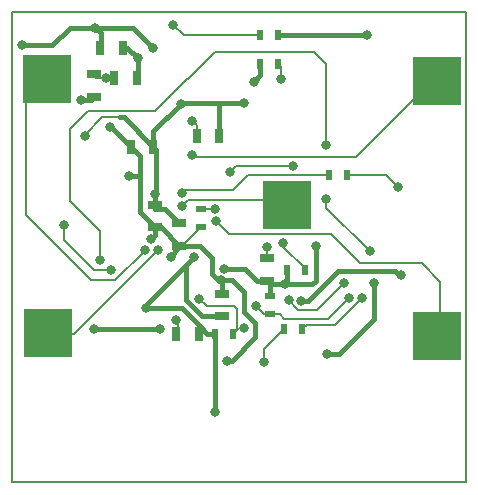
<source format=gbr>
G04 #@! TF.FileFunction,Copper,L2,Bot,Signal*
%FSLAX46Y46*%
G04 Gerber Fmt 4.6, Leading zero omitted, Abs format (unit mm)*
G04 Created by KiCad (PCBNEW 4.0.2+dfsg1-stable) date Пн 23 янв 2017 07:27:42*
%MOMM*%
G01*
G04 APERTURE LIST*
%ADD10C,0.100000*%
%ADD11C,0.150000*%
%ADD12R,4.064000X4.064000*%
%ADD13R,1.300000X0.700000*%
%ADD14R,0.500000X0.900000*%
%ADD15R,0.700000X1.300000*%
%ADD16R,0.900000X0.500000*%
%ADD17C,0.800000*%
%ADD18C,0.400000*%
%ADD19C,0.200000*%
G04 APERTURE END LIST*
D10*
D11*
X179200000Y-90400000D02*
X140800000Y-90400000D01*
X179200000Y-130200000D02*
X179200000Y-90400000D01*
X140800000Y-130200000D02*
X179200000Y-130200000D01*
X140800000Y-90400000D02*
X140800000Y-130200000D01*
D12*
X143764000Y-96012000D03*
D13*
X162400000Y-113150000D03*
X162400000Y-111250000D03*
D12*
X164084000Y-106680000D03*
D14*
X165550000Y-112200000D03*
X164050000Y-112200000D03*
X158000000Y-117602000D03*
X159500000Y-117602000D03*
X165330000Y-117260000D03*
X163830000Y-117260000D03*
X163310000Y-94742000D03*
X161810000Y-94742000D03*
D13*
X147750000Y-97550000D03*
X147750000Y-95650000D03*
D15*
X149450000Y-95980000D03*
X151350000Y-95980000D03*
X158303000Y-100876100D03*
X156403000Y-100876100D03*
X156600000Y-117650000D03*
X154700000Y-117650000D03*
X150850000Y-101800000D03*
X152750000Y-101800000D03*
D13*
X154940000Y-110170000D03*
X154940000Y-108270000D03*
X158550000Y-114250000D03*
X158550000Y-116150000D03*
D15*
X148250000Y-93400000D03*
X150150000Y-93400000D03*
D13*
X152850000Y-108600000D03*
X152850000Y-106700000D03*
D14*
X169152000Y-104140000D03*
X167652000Y-104140000D03*
D12*
X143800000Y-117600000D03*
X176800000Y-117800000D03*
X176800000Y-96200000D03*
D16*
X156750000Y-108550000D03*
X156750000Y-107050000D03*
D14*
X161800000Y-92340000D03*
X163300000Y-92340000D03*
D16*
X162600000Y-114450000D03*
X162600000Y-115950000D03*
D17*
X157970000Y-124280000D03*
X167450000Y-119300000D03*
X155067000Y-98171000D03*
X151450000Y-94300000D03*
X171450000Y-113284000D03*
X152146000Y-115443000D03*
X146939000Y-100838000D03*
X166500000Y-110200000D03*
X156200000Y-111100000D03*
X158750000Y-112100000D03*
X163850000Y-113450000D03*
X152900000Y-105750000D03*
X161290000Y-96266000D03*
X160400000Y-98050000D03*
X141600000Y-93200000D03*
X152700000Y-93400000D03*
X147800000Y-91700000D03*
X147701000Y-117221000D03*
X153289000Y-117221000D03*
X165227000Y-114808000D03*
X173736000Y-112649000D03*
X158970000Y-119950000D03*
X150650000Y-104300000D03*
X149098000Y-100076000D03*
X154218156Y-111125956D03*
X158500000Y-113100000D03*
X152550000Y-109600000D03*
X146650000Y-97800000D03*
X170815000Y-92329000D03*
X154650000Y-116450000D03*
X162400000Y-110250000D03*
X156050000Y-99600000D03*
X163576000Y-96012000D03*
X152000000Y-110500000D03*
X153162000Y-110490000D03*
X155194000Y-106807000D03*
X158050000Y-108050000D03*
X156000000Y-102450000D03*
X173482000Y-105156000D03*
X148750000Y-96000000D03*
X155194000Y-105664000D03*
X164200000Y-114800000D03*
X168910000Y-113284000D03*
X158000000Y-107050000D03*
X161400000Y-115250000D03*
X169291000Y-114554000D03*
X167386000Y-101600000D03*
X148200000Y-111400000D03*
X159258000Y-103886000D03*
X164592000Y-103378000D03*
X170434000Y-114554000D03*
X171069000Y-110617000D03*
X167386000Y-106172000D03*
X156650000Y-114650000D03*
X160400000Y-117100000D03*
X163750000Y-109900000D03*
X154432000Y-91440000D03*
X149200000Y-112200000D03*
X145200000Y-108400000D03*
X162150000Y-120000000D03*
D18*
X158000000Y-117602000D02*
X158000000Y-124250000D01*
X158000000Y-124250000D02*
X157970000Y-124280000D01*
X152750000Y-101800000D02*
X152750000Y-100488000D01*
X152750000Y-100488000D02*
X155067000Y-98171000D01*
X155067000Y-98171000D02*
X155188000Y-98050000D01*
X160400000Y-98050000D02*
X155188000Y-98050000D01*
X151450000Y-94300000D02*
X151450000Y-95880000D01*
X151450000Y-95880000D02*
X151350000Y-95980000D01*
X150150000Y-93400000D02*
X150550000Y-93400000D01*
X150550000Y-93400000D02*
X151450000Y-94300000D01*
X152750000Y-101800000D02*
X152727000Y-101800000D01*
X152727000Y-101800000D02*
X150227002Y-99300002D01*
X158300000Y-98050000D02*
X158300000Y-100873100D01*
X158300000Y-100873100D02*
X158303000Y-100876100D01*
X153000000Y-102050000D02*
X152750000Y-101800000D01*
X150150000Y-93400000D02*
X150150000Y-93800000D01*
D19*
X152750000Y-101800000D02*
X152781000Y-101854000D01*
X152781000Y-101854000D02*
X150241000Y-99314000D01*
X160400000Y-98050000D02*
X158300000Y-98050000D01*
X158300000Y-100873100D02*
X158303000Y-100876100D01*
X152750000Y-101800000D02*
X152750000Y-100488000D01*
X150150000Y-93800000D02*
X150150000Y-93850000D01*
X152750000Y-101950000D02*
X152750000Y-101800000D01*
D18*
X167450000Y-119300000D02*
X167720000Y-119300000D01*
X171450000Y-113284000D02*
X171450000Y-116332000D01*
X171450000Y-116332000D02*
X168482000Y-119300000D01*
X168482000Y-119300000D02*
X167720000Y-119300000D01*
X158550000Y-116150000D02*
X156900000Y-116150000D01*
X155525000Y-114775000D02*
X155525000Y-111775000D01*
X156900000Y-116150000D02*
X155525000Y-114775000D01*
X152146000Y-115443000D02*
X152146000Y-115154000D01*
X152146000Y-115154000D02*
X154050000Y-113250000D01*
X154050000Y-113250000D02*
X155525000Y-111775000D01*
X156700000Y-117000000D02*
X156700000Y-116949000D01*
X156700000Y-116949000D02*
X155194000Y-115443000D01*
X155194000Y-115443000D02*
X152146000Y-115443000D01*
X158000000Y-117602000D02*
X157302000Y-117602000D01*
X157302000Y-117602000D02*
X156700000Y-117000000D01*
D19*
X156700000Y-117000000D02*
X156718000Y-116967000D01*
X156718000Y-116967000D02*
X155194000Y-115443000D01*
X155194000Y-115443000D02*
X152146000Y-115443000D01*
D18*
X150227002Y-99300002D02*
X149900000Y-99300002D01*
D19*
X146939000Y-100838000D02*
X146939000Y-100761000D01*
X149900000Y-99300000D02*
X149900000Y-99300002D01*
X149900000Y-99300002D02*
X149900000Y-99314000D01*
X148400000Y-99300000D02*
X149900000Y-99300000D01*
X146939000Y-100761000D02*
X148400000Y-99300000D01*
X150241000Y-99314000D02*
X149900000Y-99314000D01*
D18*
X163850000Y-113450000D02*
X166200000Y-113450000D01*
X166200000Y-113450000D02*
X166500000Y-113150000D01*
X166500000Y-113150000D02*
X166500000Y-110200000D01*
X166500000Y-113150000D02*
X166500000Y-110200000D01*
X163850000Y-113450000D02*
X162700000Y-113450000D01*
X162700000Y-113450000D02*
X162400000Y-113150000D01*
X162600000Y-114450000D02*
X162600000Y-113350000D01*
X162600000Y-113350000D02*
X162400000Y-113150000D01*
X164050000Y-112200000D02*
X164050000Y-113250000D01*
X164050000Y-113250000D02*
X163850000Y-113450000D01*
X152900000Y-107050000D02*
X153720000Y-107050000D01*
X153720000Y-107050000D02*
X154940000Y-108270000D01*
X152900000Y-105750000D02*
X152900000Y-106950000D01*
X152900000Y-106950000D02*
X153000000Y-107050000D01*
X155525000Y-111775000D02*
X156200000Y-111100000D01*
X158750000Y-112100000D02*
X160500000Y-112100000D01*
X160500000Y-112100000D02*
X161550000Y-113150000D01*
X161550000Y-113150000D02*
X162400000Y-113150000D01*
X153000000Y-105850000D02*
X153000000Y-102050000D01*
X152750000Y-105600000D02*
X153000000Y-105850000D01*
X153720000Y-107050000D02*
X154940000Y-108270000D01*
D19*
X162600000Y-113350000D02*
X162400000Y-113150000D01*
X161550000Y-113150000D02*
X162400000Y-113150000D01*
X160500000Y-112100000D02*
X161550000Y-113150000D01*
X155400000Y-108250000D02*
X155380000Y-108270000D01*
X155380000Y-108270000D02*
X154940000Y-108270000D01*
X152900000Y-105750000D02*
X153000000Y-105850000D01*
X153720000Y-107050000D02*
X154940000Y-108270000D01*
D18*
X161810000Y-95746000D02*
X161810000Y-94742000D01*
X161290000Y-96266000D02*
X161810000Y-95746000D01*
X147800000Y-91700000D02*
X145700000Y-91700000D01*
X144200000Y-93200000D02*
X141600000Y-93200000D01*
X145700000Y-91700000D02*
X144200000Y-93200000D01*
X152700000Y-93400000D02*
X151000000Y-91700000D01*
X151000000Y-91700000D02*
X147800000Y-91700000D01*
X147800000Y-91700000D02*
X148300000Y-92200000D01*
X148300000Y-92200000D02*
X148300000Y-93350000D01*
X148300000Y-93350000D02*
X148250000Y-93400000D01*
X147800000Y-91700000D02*
X147850000Y-91650000D01*
X147701000Y-117221000D02*
X153289000Y-117221000D01*
D19*
X147759000Y-91753000D02*
X147800000Y-91700000D01*
D18*
X173736000Y-112649000D02*
X173609000Y-112649000D01*
X173228000Y-112268000D02*
X168910000Y-112268000D01*
X173609000Y-112649000D02*
X173228000Y-112268000D01*
X165227000Y-114808000D02*
X165862000Y-114808000D01*
X168402000Y-112268000D02*
X168910000Y-112268000D01*
X165862000Y-114808000D02*
X168402000Y-112268000D01*
X158500000Y-113100000D02*
X159440000Y-113100000D01*
D19*
X159370000Y-119950000D02*
X158970000Y-119950000D01*
D18*
X161390000Y-117930000D02*
X159370000Y-119950000D01*
X161390000Y-116710000D02*
X161390000Y-117930000D01*
X160430000Y-115750000D02*
X161390000Y-116710000D01*
X160430000Y-114090000D02*
X160430000Y-115750000D01*
X159440000Y-113100000D02*
X160430000Y-114090000D01*
X151600000Y-104300000D02*
X150650000Y-104300000D01*
X152850000Y-108600000D02*
X153370000Y-108600000D01*
X151600000Y-104850000D02*
X151600000Y-107350000D01*
X151600000Y-107350000D02*
X152850000Y-108600000D01*
X150850000Y-101800000D02*
X151600000Y-102550000D01*
X151600000Y-102550000D02*
X151600000Y-104300000D01*
X151600000Y-104300000D02*
X151600000Y-104850000D01*
X149098000Y-100076000D02*
X149126000Y-100076000D01*
X149126000Y-100076000D02*
X150850000Y-101800000D01*
D19*
X150850000Y-101800000D02*
X150876000Y-101854000D01*
X150876000Y-101854000D02*
X149098000Y-100076000D01*
X151600000Y-104850000D02*
X151600000Y-102550000D01*
D18*
X153370000Y-108600000D02*
X154940000Y-110170000D01*
X152850000Y-108600000D02*
X152850000Y-109300000D01*
X152850000Y-109300000D02*
X152550000Y-109600000D01*
X158500000Y-113100000D02*
X158250000Y-113100000D01*
X157700000Y-112550000D02*
X157700000Y-111200000D01*
X158250000Y-113100000D02*
X157700000Y-112550000D01*
X158550000Y-114250000D02*
X158550000Y-113150000D01*
X158550000Y-113150000D02*
X158500000Y-113100000D01*
X154940000Y-110170000D02*
X156670000Y-110170000D01*
X156670000Y-110170000D02*
X157700000Y-111200000D01*
X154200000Y-111150000D02*
X154218156Y-111125956D01*
X154218156Y-111125956D02*
X154940000Y-110170000D01*
D19*
X154940000Y-110170000D02*
X155130000Y-110170000D01*
X155130000Y-110170000D02*
X156750000Y-108550000D01*
X157700000Y-111200000D02*
X156670000Y-110170000D01*
X154200000Y-111150000D02*
X154330000Y-111020000D01*
X154330000Y-111020000D02*
X154940000Y-110170000D01*
D18*
X146650000Y-97800000D02*
X147500000Y-97800000D01*
X147500000Y-97800000D02*
X147750000Y-97550000D01*
D19*
X146650000Y-97800000D02*
X146750000Y-97700000D01*
D18*
X163300000Y-92340000D02*
X170804000Y-92340000D01*
X170804000Y-92340000D02*
X170815000Y-92329000D01*
D19*
X163438000Y-92340000D02*
X163300000Y-92340000D01*
X154650000Y-116450000D02*
X154800000Y-116600000D01*
X154800000Y-116600000D02*
X154800000Y-117000000D01*
X162400000Y-110250000D02*
X162400000Y-111250000D01*
X156403000Y-99953000D02*
X156403000Y-100876100D01*
X156050000Y-99600000D02*
X156403000Y-99953000D01*
X163576000Y-96012000D02*
X163576000Y-95008000D01*
X163576000Y-95008000D02*
X163310000Y-94742000D01*
X163576000Y-96012000D02*
X163386000Y-95822000D01*
X163386000Y-95822000D02*
X163386000Y-95816000D01*
X152000000Y-110500000D02*
X152000000Y-110600000D01*
X142000000Y-107600000D02*
X142000000Y-100100000D01*
X147500000Y-113100000D02*
X142000000Y-107600000D01*
X149500000Y-113100000D02*
X147500000Y-113100000D01*
X152000000Y-110600000D02*
X149500000Y-113100000D01*
X142000000Y-100100000D02*
X142000000Y-97776000D01*
X142000000Y-97776000D02*
X143764000Y-96012000D01*
X143764000Y-96012000D02*
X143764000Y-97155000D01*
X153162000Y-110490000D02*
X146050000Y-117602000D01*
X146050000Y-117602000D02*
X143764000Y-117602000D01*
X143764000Y-117602000D02*
X143800000Y-117600000D01*
X158000000Y-106299000D02*
X155702000Y-106299000D01*
X155702000Y-106299000D02*
X155194000Y-106807000D01*
X164084000Y-106680000D02*
X163703000Y-106299000D01*
X163703000Y-106299000D02*
X158000000Y-106299000D01*
X177038000Y-113238000D02*
X177038000Y-117856000D01*
X175450000Y-111650000D02*
X177038000Y-113238000D01*
X170250000Y-111650000D02*
X175450000Y-111650000D01*
X167750000Y-109150000D02*
X170250000Y-111650000D01*
X159150000Y-109150000D02*
X167750000Y-109150000D01*
X158050000Y-108050000D02*
X159150000Y-109150000D01*
X169892000Y-102650000D02*
X177292000Y-95250000D01*
X156200000Y-102650000D02*
X169892000Y-102650000D01*
X156000000Y-102450000D02*
X156200000Y-102650000D01*
X169152000Y-104140000D02*
X172466000Y-104140000D01*
X172466000Y-104140000D02*
X173482000Y-105156000D01*
X148750000Y-96000000D02*
X149430000Y-96000000D01*
X149430000Y-96000000D02*
X149450000Y-95980000D01*
X147920000Y-95960000D02*
X148710000Y-95960000D01*
X148710000Y-95960000D02*
X148750000Y-96000000D01*
X167652000Y-104140000D02*
X160782000Y-104140000D01*
X160782000Y-104140000D02*
X160020000Y-104902000D01*
X155448000Y-105410000D02*
X155194000Y-105664000D01*
X159512000Y-105410000D02*
X155448000Y-105410000D01*
X160020000Y-104902000D02*
X159512000Y-105410000D01*
X165862000Y-115600000D02*
X166594000Y-115600000D01*
X164200000Y-114800000D02*
X165000000Y-115600000D01*
X165000000Y-115600000D02*
X165862000Y-115600000D01*
X166594000Y-115600000D02*
X168910000Y-113284000D01*
X158000000Y-107050000D02*
X156750000Y-107050000D01*
X158000000Y-107050000D02*
X158050000Y-107050000D01*
X162100000Y-115950000D02*
X162600000Y-115950000D01*
X161400000Y-115250000D02*
X162100000Y-115950000D01*
X169291000Y-114554000D02*
X167513000Y-116332000D01*
X167513000Y-116332000D02*
X163830000Y-116332000D01*
X163830000Y-116332000D02*
X163449000Y-115951000D01*
X163449000Y-115951000D02*
X162560000Y-115951000D01*
X162560000Y-115951000D02*
X162600000Y-115950000D01*
X148200000Y-111400000D02*
X148200000Y-108900000D01*
X148200000Y-108900000D02*
X145700000Y-106400000D01*
X145700000Y-105664000D02*
X145700000Y-106400000D01*
X152900000Y-98800000D02*
X155702000Y-95998000D01*
X147200000Y-98800000D02*
X152900000Y-98800000D01*
X145700000Y-100300000D02*
X147200000Y-98800000D01*
X145700000Y-105664000D02*
X145700000Y-100300000D01*
X157988000Y-93726000D02*
X155702000Y-96012000D01*
X155702000Y-96012000D02*
X155702000Y-95998000D01*
X166370000Y-93726000D02*
X157988000Y-93726000D01*
X167386000Y-94742000D02*
X166370000Y-93726000D01*
X167386000Y-101600000D02*
X167386000Y-94742000D01*
X168140000Y-116840000D02*
X165750000Y-116840000D01*
X165750000Y-116840000D02*
X165330000Y-117260000D01*
X159258000Y-103886000D02*
X159766000Y-103378000D01*
X159766000Y-103378000D02*
X164592000Y-103378000D01*
X168148000Y-116840000D02*
X168140000Y-116840000D01*
X170434000Y-114554000D02*
X168148000Y-116840000D01*
X167386000Y-106934000D02*
X171069000Y-110617000D01*
X167386000Y-106172000D02*
X167386000Y-106934000D01*
X159800000Y-117302000D02*
X159700000Y-117302000D01*
X159800000Y-115500000D02*
X159800000Y-117302000D01*
X159600000Y-115300000D02*
X159800000Y-115500000D01*
X157300000Y-115300000D02*
X159600000Y-115300000D01*
X156650000Y-114650000D02*
X157300000Y-115300000D01*
X159700000Y-117302000D02*
X159700000Y-117402000D01*
X159700000Y-117402000D02*
X159500000Y-117602000D01*
X160400000Y-117100000D02*
X160002000Y-117100000D01*
X160002000Y-117100000D02*
X159500000Y-117602000D01*
X165550000Y-112200000D02*
X165550000Y-112050000D01*
X165550000Y-112050000D02*
X163750000Y-110250000D01*
X163750000Y-110250000D02*
X163750000Y-109900000D01*
X161800000Y-92340000D02*
X155332000Y-92340000D01*
X155332000Y-92340000D02*
X154432000Y-91440000D01*
X149200000Y-112200000D02*
X147700000Y-112200000D01*
X147700000Y-112200000D02*
X145200000Y-109700000D01*
X145200000Y-109700000D02*
X145200000Y-108400000D01*
X163830000Y-117260000D02*
X163780000Y-117260000D01*
X163780000Y-117260000D02*
X162150000Y-118890000D01*
X162150000Y-118890000D02*
X162150000Y-120000000D01*
M02*

</source>
